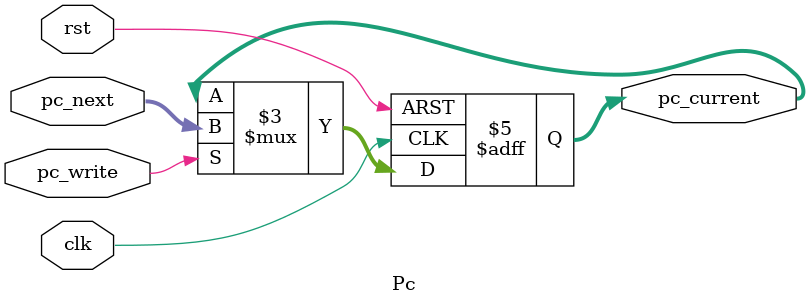
<source format=v>
module Pc (
    input wire       clk,
    input wire       rst,
    input wire       pc_write,
    input wire [7:0] pc_next,
    output reg [7:0] pc_current
);

always @(posedge clk or negedge rst ) 
begin
    if(!rst)
    begin
        pc_current <= 8'd0; 
    end
    else if(pc_write)
    begin
        pc_current<=pc_next;
    end
end
    
endmodule
</source>
